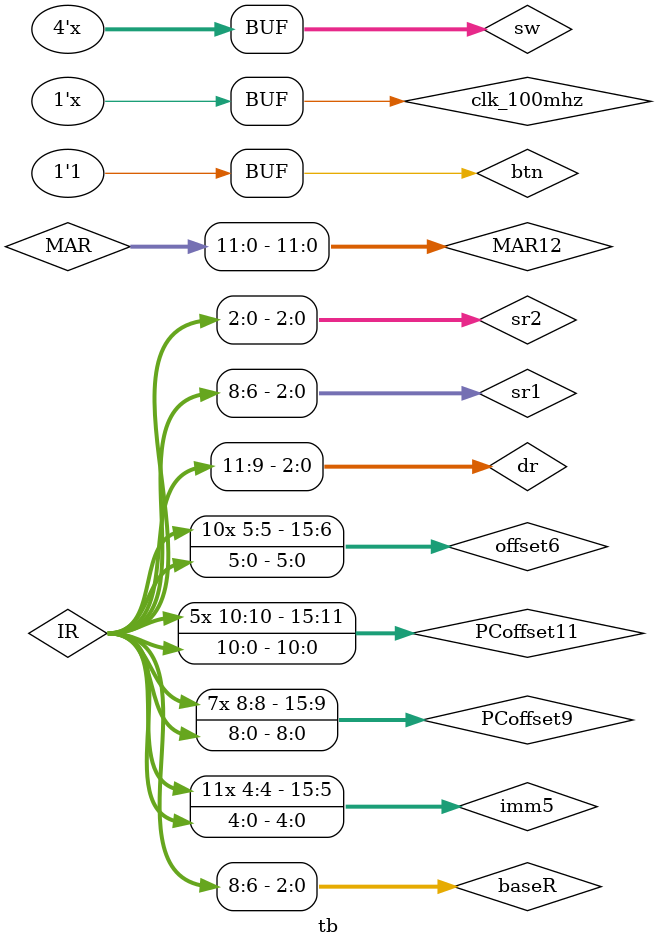
<source format=v>
`timescale 1ns / 1ps


module tb();
reg clk_100mhz, btn;
reg [3:0]sw;
reg [1:0] hexplay_an;
reg [3:0] hexplay_data;
initial clk_100mhz <= 1'b0;
always #1 clk_100mhz <= ~clk_100mhz;
initial begin
    btn <= 1'b0;
    #1
    btn <= 1'b1;
    
end
initial sw <= 4'b0;
always #100 sw <= sw + 1;
// Control LC-3 clock
reg run;
initial run <= 1'b0;
always @(posedge clk_100mhz) if (btn) run <= 1'b1;
// MEMORY
reg [15:0] MAR, MDR_in;
wire [15:0] MDR_out;
wire [11:0] MAR12;
reg mem_we;
initial mem_we <= 1'b0;
assign MAR12 = MAR[11:0];
memory mem(.a(MAR12), 
           .d(MDR_in), 
           .spo(MDR_out), 
           .we(mem_we), 
           .clk(clk_100mhz));
// Finite State Machine
    // control unit
    reg [15:0] PC, IR, PC_buffer;
    initial begin
        PC <= 16'h0000;
        IR <= 16'h0000;
        PC_buffer <= 16'h0000;
    end
    // states
        reg [4:0] curr_state, next_state;
        // instruction code
        parameter ADD  = 5'b00001;
        parameter AND  = 5'b00101;
        parameter BR   = 5'b00000;
        parameter JMP  = 5'b01100;
        parameter JSR  = 5'b00100;
        parameter LD   = 5'b00010;
        parameter LDI  = 5'b01010;
        parameter LDR  = 5'b00110;
        parameter LEA  = 5'b01110;
        parameter NOT  = 5'b01001;
        parameter RTI  = 5'b01000;
        parameter ST   = 5'b00011;
        parameter STI  = 5'b01011;
        parameter STR  = 5'b00111;
        parameter TRAP = 5'b01111;
        parameter ERR  = 5'b01101;
        // instruction cycle phrases
        parameter off         = 5'h10;
        parameter fetch_0     = 5'h11;
        parameter fetch_1     = 5'h12;
        parameter decode      = 5'h13;
        parameter read_mem    = 5'h14;
        parameter write_mem   = 5'h15;
        parameter read_mem_i  = 5'h16;
        parameter write_mem_i = 5'h17;
        parameter jsr_1       = 5'h18;
        parameter rti_1       = 5'h19;
        
        initial curr_state <= fetch_0;
    // FSM Part 1
    always @(posedge clk_100mhz) begin
        case (curr_state)
            fetch_0:     next_state <= fetch_1;
            fetch_1:     next_state <= decode;
            decode:      next_state <= {1'b0, IR[15:12]};
            ADD:         next_state <= fetch_0;
            AND:         next_state <= fetch_0;
            BR:          next_state <= fetch_0;
            JMP:         next_state <= fetch_0;
            JSR:         next_state <= jsr_1;
            LD:          next_state <= read_mem;
            LDI:         next_state <= read_mem_i;
            LDR:         next_state <= read_mem;
            LEA:         next_state <= fetch_0;
            NOT:         next_state <= fetch_0;
            RTI:         next_state <= rti_1;
            ST:          next_state <= write_mem;
            STI:         next_state <= write_mem_i;
            STR:         next_state <= write_mem;
            TRAP:        next_state <= off;
            ERR:         next_state <= off;
            read_mem:    next_state <= fetch_0;
            write_mem:   next_state <= fetch_0;
            read_mem_i:  next_state <= read_mem;
            write_mem_i: next_state <= write_mem;
            jsr_1:       next_state <= fetch_0;
            rti_1:       next_state <= fetch_0;
            off:         next_state <= off;
            default:     next_state <= off;
        endcase
    end
    // FSM Part 2 (Processing Unit)
    reg  [15:0] R_buffer [7:0], R [7:0], result, temp;
    wire [2:0]  cc, dr, sr1, sr2, baseR;
    wire [15:0] imm5, PCoffset9, PCoffset11, offset6;
    assign cc         = (result == 16'h0000) ? 3'b010 : ((result[15] == 1'b0) ? 3'b001 : 3'b100); // setCC
    assign dr         = IR[11:9];
    assign sr1        = IR[8:6];
    assign sr2        = IR[2:0];
    assign baseR      = IR[8:6];
    assign imm5       = {{11{IR[4]}}, IR[4:0]};
    assign PCoffset9  = {{7{IR[8]}} , IR[8:0]};
    assign PCoffset11 = {{5{IR[10]}}, IR[10:0]};
    assign offset6    = {{10{IR[5]}}, IR[5:0]};
    initial begin
        R[0]   <= 16'h0025;
        R[1]   <= 16'h0043;
        R[2]   <= 16'h0000;
        R[3]   <= 16'h0000;
        R[4]   <= 16'h0000;
        R[5]   <= 16'h0000;
        R[6]   <= 16'h0000;
        R[7]   <= 16'h0000;
        result <= 16'h0000;
        temp   <= 16'h0000;
    end
    always @(posedge clk_100mhz) begin
        if (run) begin
            case (curr_state)
                fetch_0:        begin
                                    MAR <= PC_buffer;
                                    PC  <= PC_buffer + 16'h0001;
                                    R_buffer[0] <= R[0];
                                    R_buffer[1] <= R[1];
                                    R_buffer[2] <= R[2];
                                    R_buffer[3] <= R[3];
                                    R_buffer[4] <= R[4];
                                    R_buffer[5] <= R[5];
                                    R_buffer[6] <= R[6];
                                    R_buffer[7] <= R[7];
                                    curr_state <= next_state;
                                end
                fetch_1:        begin
                                    IR   <= MDR_out;
                                    temp <= PC;
                                    PC_buffer <= PC;
                                    curr_state <= next_state;
                                end
                ADD:            begin
                                    if (IR[5]) begin
                                        R[dr]  <= R_buffer[sr1] + imm5;
                                        result <= R_buffer[sr1] + imm5;
                                    end else begin
                                        R[dr]  <= R_buffer[sr1] + R_buffer[sr2];
                                        result <= R_buffer[sr1] + R_buffer[sr2];
                                    end
                                    curr_state <= next_state;
                                end
                AND:            begin
                                    if (IR[5]) begin
                                        R[dr]  <= R_buffer[sr1] & imm5;
                                        result <= R_buffer[sr1] & imm5;
                                    end else begin
                                        R[dr]  <= R_buffer[sr1] & R_buffer[sr2];
                                        result <= R_buffer[sr1] & R_buffer[sr2];
                                    end
                                    curr_state <= next_state;
                                end
                BR:             begin
                                    if (cc & IR[11:9]) PC_buffer <= PC + PCoffset9;
                                    curr_state <= next_state;
                                end
                JMP:            begin
                                    PC_buffer <= R_buffer[baseR];
                                    curr_state <= next_state;
                                end
                JSR:            begin 
                                    temp <= PC;
                                    if (IR[11]) PC_buffer <= PC + PCoffset11;
                                    else        PC_buffer <= R_buffer[baseR];
                                    curr_state <= next_state;
                                end
                LD:             begin
                                    MAR <= PC + PCoffset9;
                                    curr_state <= next_state;
                                end
                LDI:            begin
                                    MAR <= PC + PCoffset9;
                                    curr_state <= next_state;
                                end
                LDR:            begin
                                    MAR <= R_buffer[baseR] + offset6;
                                    curr_state <= next_state;
                                end
                LEA:            begin
                                    R[dr] <= PC + PCoffset9;
                                    curr_state <= next_state;
                                end
                NOT:            begin
                                    R[dr]  <= ~R_buffer[sr1];
                                    result <= ~R_buffer[sr1];
                                    curr_state <= next_state;
                                end
                RTI:            begin
                                    MAR  <= R_buffer[6];
                                    R[6] <= R_buffer[6] + 16'h0002;
                                    curr_state <= next_state;
                                end
                ST:             begin
                                    MAR    <= PC + PCoffset9;
                                    MDR_in <= R_buffer[dr];
                                    mem_we <= 1'b1;
                                    curr_state <= next_state;
                                end
                STI:            begin
                                    MAR    <= PC + PCoffset9;
                                    mem_we <= 1'b0;
                                    curr_state <= write_mem_i;
                                end
                STR:            begin
                                    MAR    <= R_buffer[baseR] + offset6;
                                    MDR_in <= R_buffer[dr];
                                    mem_we <= 1'b1;
                                    curr_state <= next_state;
                                end
                read_mem:       begin
                                    R[dr]  <= MDR_out;
                                    result <= MDR_out;
                                    curr_state <= next_state;
                                end
                write_mem:      begin  
                                    mem_we <= 1'b0;
                                    curr_state <= next_state;
                                end
                read_mem_i:     begin
                                    MAR <= MDR_out; 
                                    curr_state <= next_state;
                                end
                write_mem_i:    begin
                                    MAR    <= MDR_out;
                                    MDR_in <= R_buffer[dr];
                                    mem_we <= 1'b1;
                                    curr_state <= next_state;
                                end
                jsr_1:          begin
                                    R[7] <= temp;
                                    curr_state <= next_state;
                                end
                rti_1:          begin
                                    PC_buffer  <= MDR_out;
                                    curr_state <= next_state;
                                end
                off:            begin
                                    mem_we <= 1'b0;
                                    curr_state <= next_state;
                                end
                default:        curr_state <= next_state;
            endcase 
        end
    end
    // FSM Part 3 (Hexplay)
    reg [18:0] pluse_cnt;
    reg [16:0] data;
    wire pluse_200hz;
    assign pluse_200hz = pluse_cnt == 1'b1;
    always @(posedge clk_100mhz) begin
        if (pluse_cnt >= 19'h7A120) pluse_cnt <= 19'h00000;
        else                        pluse_cnt <= pluse_cnt + 19'h0001;
    end
    always @(posedge clk_100mhz) begin
        if (pluse_200hz) hexplay_an <= hexplay_an + 2'b01;
    end
    always @(posedge clk_100mhz) begin
        case(sw)
            4'h0: data <= R[0];
            4'h1: data <= R[1];
            4'h2: data <= R[2];
            4'h3: data <= R[3];
            4'h4: data <= R[4];
            4'h5: data <= R[5];
            4'h6: data <= R[6];
            4'h7: data <= R[7];
            4'h8: data <= {7'h00, cc[2], 3'h0, cc[1], 3'h0, cc[0]};
            4'h9: data <= PC;
            4'hA: data <= IR;
            4'hB: data <= MAR;
            4'hC: data <= MDR_out;
            default: data <= 16'h0000;
        endcase
    end
    always @(posedge clk_100mhz) begin
        case(hexplay_an)
            2'b00:   hexplay_data <= data[3:0];
            2'b01:   hexplay_data <= data[7:4];
            2'b10:   hexplay_data <= data[11:8];
            2'b11:   hexplay_data <= data[15:12];
            default: hexplay_data <= 4'h0;
        endcase
    end
endmodule

</source>
